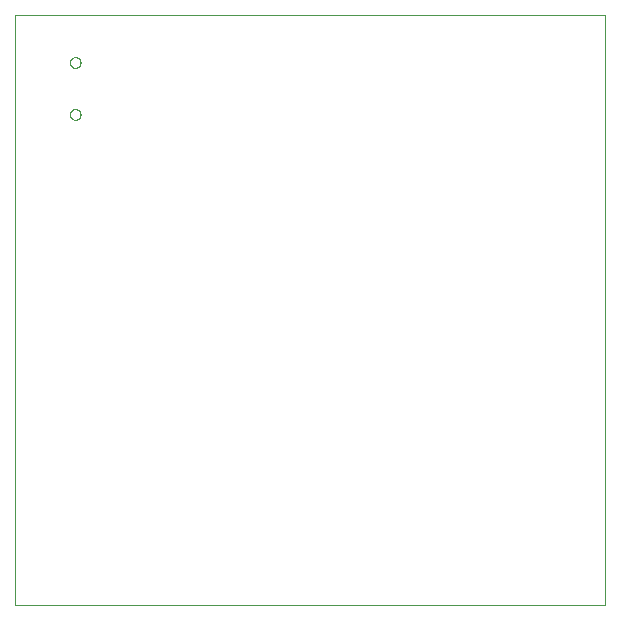
<source format=gbp>
G75*
%MOIN*%
%OFA0B0*%
%FSLAX25Y25*%
%IPPOS*%
%LPD*%
%AMOC8*
5,1,8,0,0,1.08239X$1,22.5*
%
%ADD10C,0.00000*%
D10*
X0013611Y0013611D02*
X0013611Y0210461D01*
X0210461Y0210461D01*
X0210461Y0013611D01*
X0013611Y0013611D01*
X0031997Y0177194D02*
X0031999Y0177278D01*
X0032005Y0177361D01*
X0032015Y0177444D01*
X0032029Y0177527D01*
X0032046Y0177609D01*
X0032068Y0177690D01*
X0032093Y0177769D01*
X0032122Y0177848D01*
X0032155Y0177925D01*
X0032191Y0178000D01*
X0032231Y0178074D01*
X0032274Y0178146D01*
X0032321Y0178215D01*
X0032371Y0178282D01*
X0032424Y0178347D01*
X0032480Y0178409D01*
X0032538Y0178469D01*
X0032600Y0178526D01*
X0032664Y0178579D01*
X0032731Y0178630D01*
X0032800Y0178677D01*
X0032871Y0178722D01*
X0032944Y0178762D01*
X0033019Y0178799D01*
X0033096Y0178833D01*
X0033174Y0178863D01*
X0033253Y0178889D01*
X0033334Y0178912D01*
X0033416Y0178930D01*
X0033498Y0178945D01*
X0033581Y0178956D01*
X0033664Y0178963D01*
X0033748Y0178966D01*
X0033832Y0178965D01*
X0033915Y0178960D01*
X0033999Y0178951D01*
X0034081Y0178938D01*
X0034163Y0178922D01*
X0034244Y0178901D01*
X0034325Y0178877D01*
X0034403Y0178849D01*
X0034481Y0178817D01*
X0034557Y0178781D01*
X0034631Y0178742D01*
X0034703Y0178700D01*
X0034773Y0178654D01*
X0034841Y0178605D01*
X0034906Y0178553D01*
X0034969Y0178498D01*
X0035029Y0178440D01*
X0035087Y0178379D01*
X0035141Y0178315D01*
X0035193Y0178249D01*
X0035241Y0178181D01*
X0035286Y0178110D01*
X0035327Y0178037D01*
X0035366Y0177963D01*
X0035400Y0177887D01*
X0035431Y0177809D01*
X0035458Y0177730D01*
X0035482Y0177649D01*
X0035501Y0177568D01*
X0035517Y0177486D01*
X0035529Y0177403D01*
X0035537Y0177319D01*
X0035541Y0177236D01*
X0035541Y0177152D01*
X0035537Y0177069D01*
X0035529Y0176985D01*
X0035517Y0176902D01*
X0035501Y0176820D01*
X0035482Y0176739D01*
X0035458Y0176658D01*
X0035431Y0176579D01*
X0035400Y0176501D01*
X0035366Y0176425D01*
X0035327Y0176351D01*
X0035286Y0176278D01*
X0035241Y0176207D01*
X0035193Y0176139D01*
X0035141Y0176073D01*
X0035087Y0176009D01*
X0035029Y0175948D01*
X0034969Y0175890D01*
X0034906Y0175835D01*
X0034841Y0175783D01*
X0034773Y0175734D01*
X0034703Y0175688D01*
X0034631Y0175646D01*
X0034557Y0175607D01*
X0034481Y0175571D01*
X0034403Y0175539D01*
X0034325Y0175511D01*
X0034244Y0175487D01*
X0034163Y0175466D01*
X0034081Y0175450D01*
X0033999Y0175437D01*
X0033915Y0175428D01*
X0033832Y0175423D01*
X0033748Y0175422D01*
X0033664Y0175425D01*
X0033581Y0175432D01*
X0033498Y0175443D01*
X0033416Y0175458D01*
X0033334Y0175476D01*
X0033253Y0175499D01*
X0033174Y0175525D01*
X0033096Y0175555D01*
X0033019Y0175589D01*
X0032944Y0175626D01*
X0032871Y0175666D01*
X0032800Y0175711D01*
X0032731Y0175758D01*
X0032664Y0175809D01*
X0032600Y0175862D01*
X0032538Y0175919D01*
X0032480Y0175979D01*
X0032424Y0176041D01*
X0032371Y0176106D01*
X0032321Y0176173D01*
X0032274Y0176242D01*
X0032231Y0176314D01*
X0032191Y0176388D01*
X0032155Y0176463D01*
X0032122Y0176540D01*
X0032093Y0176619D01*
X0032068Y0176698D01*
X0032046Y0176779D01*
X0032029Y0176861D01*
X0032015Y0176944D01*
X0032005Y0177027D01*
X0031999Y0177110D01*
X0031997Y0177194D01*
X0031997Y0194517D02*
X0031999Y0194601D01*
X0032005Y0194684D01*
X0032015Y0194767D01*
X0032029Y0194850D01*
X0032046Y0194932D01*
X0032068Y0195013D01*
X0032093Y0195092D01*
X0032122Y0195171D01*
X0032155Y0195248D01*
X0032191Y0195323D01*
X0032231Y0195397D01*
X0032274Y0195469D01*
X0032321Y0195538D01*
X0032371Y0195605D01*
X0032424Y0195670D01*
X0032480Y0195732D01*
X0032538Y0195792D01*
X0032600Y0195849D01*
X0032664Y0195902D01*
X0032731Y0195953D01*
X0032800Y0196000D01*
X0032871Y0196045D01*
X0032944Y0196085D01*
X0033019Y0196122D01*
X0033096Y0196156D01*
X0033174Y0196186D01*
X0033253Y0196212D01*
X0033334Y0196235D01*
X0033416Y0196253D01*
X0033498Y0196268D01*
X0033581Y0196279D01*
X0033664Y0196286D01*
X0033748Y0196289D01*
X0033832Y0196288D01*
X0033915Y0196283D01*
X0033999Y0196274D01*
X0034081Y0196261D01*
X0034163Y0196245D01*
X0034244Y0196224D01*
X0034325Y0196200D01*
X0034403Y0196172D01*
X0034481Y0196140D01*
X0034557Y0196104D01*
X0034631Y0196065D01*
X0034703Y0196023D01*
X0034773Y0195977D01*
X0034841Y0195928D01*
X0034906Y0195876D01*
X0034969Y0195821D01*
X0035029Y0195763D01*
X0035087Y0195702D01*
X0035141Y0195638D01*
X0035193Y0195572D01*
X0035241Y0195504D01*
X0035286Y0195433D01*
X0035327Y0195360D01*
X0035366Y0195286D01*
X0035400Y0195210D01*
X0035431Y0195132D01*
X0035458Y0195053D01*
X0035482Y0194972D01*
X0035501Y0194891D01*
X0035517Y0194809D01*
X0035529Y0194726D01*
X0035537Y0194642D01*
X0035541Y0194559D01*
X0035541Y0194475D01*
X0035537Y0194392D01*
X0035529Y0194308D01*
X0035517Y0194225D01*
X0035501Y0194143D01*
X0035482Y0194062D01*
X0035458Y0193981D01*
X0035431Y0193902D01*
X0035400Y0193824D01*
X0035366Y0193748D01*
X0035327Y0193674D01*
X0035286Y0193601D01*
X0035241Y0193530D01*
X0035193Y0193462D01*
X0035141Y0193396D01*
X0035087Y0193332D01*
X0035029Y0193271D01*
X0034969Y0193213D01*
X0034906Y0193158D01*
X0034841Y0193106D01*
X0034773Y0193057D01*
X0034703Y0193011D01*
X0034631Y0192969D01*
X0034557Y0192930D01*
X0034481Y0192894D01*
X0034403Y0192862D01*
X0034325Y0192834D01*
X0034244Y0192810D01*
X0034163Y0192789D01*
X0034081Y0192773D01*
X0033999Y0192760D01*
X0033915Y0192751D01*
X0033832Y0192746D01*
X0033748Y0192745D01*
X0033664Y0192748D01*
X0033581Y0192755D01*
X0033498Y0192766D01*
X0033416Y0192781D01*
X0033334Y0192799D01*
X0033253Y0192822D01*
X0033174Y0192848D01*
X0033096Y0192878D01*
X0033019Y0192912D01*
X0032944Y0192949D01*
X0032871Y0192989D01*
X0032800Y0193034D01*
X0032731Y0193081D01*
X0032664Y0193132D01*
X0032600Y0193185D01*
X0032538Y0193242D01*
X0032480Y0193302D01*
X0032424Y0193364D01*
X0032371Y0193429D01*
X0032321Y0193496D01*
X0032274Y0193565D01*
X0032231Y0193637D01*
X0032191Y0193711D01*
X0032155Y0193786D01*
X0032122Y0193863D01*
X0032093Y0193942D01*
X0032068Y0194021D01*
X0032046Y0194102D01*
X0032029Y0194184D01*
X0032015Y0194267D01*
X0032005Y0194350D01*
X0031999Y0194433D01*
X0031997Y0194517D01*
M02*

</source>
